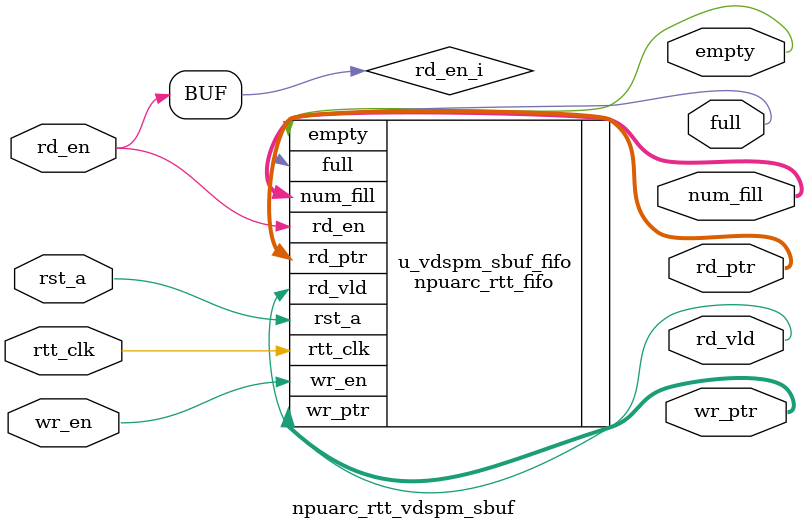
<source format=v>


`include "npuarc_arc_rtt_defines.v"
`include "npuarc_rtt_pkg_defines.v"
module npuarc_rtt_vdspm_sbuf (
                          rtt_clk,
                          rst_a,
                          wr_en,
                          rd_en,
                          rd_vld,

                          wr_ptr,
                          rd_ptr,
                          full,
                          empty,
                          num_fill
                         );

//-------------------------------------------------------------------
//parametes can be overwrite
//-------------------------------------------------------------------
parameter FIFO_SIZE       = 9;
parameter FIFO_DATA_WIDTH = 10;


input                          rtt_clk;         // Clock
input                          rst_a;       // FIFO Reset
input                          wr_en;       // Write enable
input                          rd_en;       // Read enable
output                         rd_vld;

output                         full;        // FIFO full
output                         empty;       // FIFO empty
output [FIFO_SIZE:0]           num_fill;    // No. of locations filled

output    [FIFO_SIZE-1:0]           wr_ptr;      // Write pointer
output   [FIFO_SIZE-1:0]           rd_ptr;
wire                             rd_en_i;
assign rd_en_i = rd_en;

npuarc_rtt_fifo
  #(
       .FIFO_SIZE(FIFO_SIZE)
      )
u_vdspm_sbuf_fifo
(
.rtt_clk(rtt_clk),
.rst_a(rst_a),
.wr_en(wr_en),
.rd_en(rd_en_i),
.rd_vld(rd_vld),
.full(full),
.empty(empty),
.num_fill(num_fill),
.wr_ptr(wr_ptr),
.rd_ptr(rd_ptr)
);

endmodule

</source>
